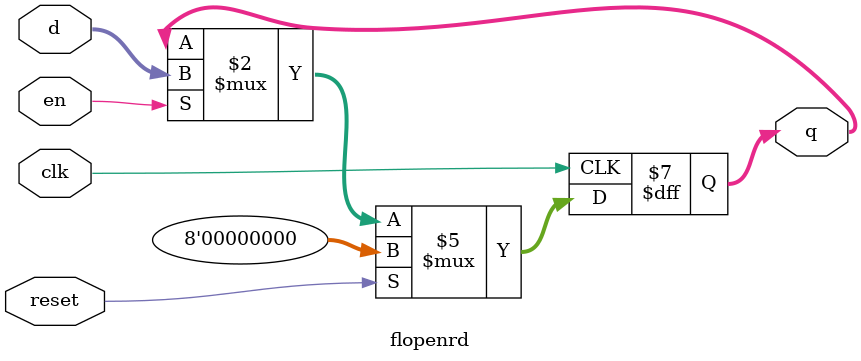
<source format=v>
`timescale 1ns / 1ps
module flopenrd(en, clk, reset, d, q);
    input en;
    input clk;
    input reset;
    input [7:0] d;
    output reg [7:0] q;
    always @(posedge clk)
begin
if(reset)
q <= 8'h00;
else if(en)
q <= d;
end
endmodule

</source>
